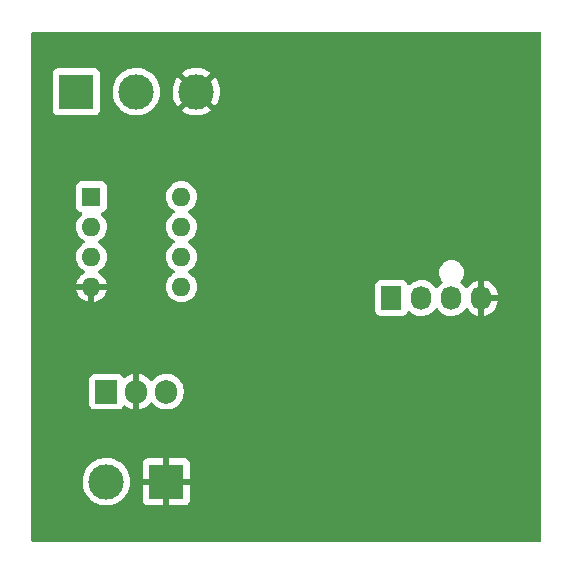
<source format=gbr>
%TF.GenerationSoftware,KiCad,Pcbnew,(6.0.9)*%
%TF.CreationDate,2022-10-31T18:23:02-05:00*%
%TF.ProjectId,rotary-compresion-tool,726f7461-7279-42d6-936f-6d7072657369,rev?*%
%TF.SameCoordinates,Original*%
%TF.FileFunction,Copper,L2,Bot*%
%TF.FilePolarity,Positive*%
%FSLAX46Y46*%
G04 Gerber Fmt 4.6, Leading zero omitted, Abs format (unit mm)*
G04 Created by KiCad (PCBNEW (6.0.9)) date 2022-10-31 18:23:02*
%MOMM*%
%LPD*%
G01*
G04 APERTURE LIST*
%TA.AperFunction,ComponentPad*%
%ADD10R,1.600000X1.600000*%
%TD*%
%TA.AperFunction,ComponentPad*%
%ADD11O,1.600000X1.600000*%
%TD*%
%TA.AperFunction,ComponentPad*%
%ADD12R,1.905000X2.000000*%
%TD*%
%TA.AperFunction,ComponentPad*%
%ADD13O,1.905000X2.000000*%
%TD*%
%TA.AperFunction,ComponentPad*%
%ADD14R,3.000000X3.000000*%
%TD*%
%TA.AperFunction,ComponentPad*%
%ADD15C,3.000000*%
%TD*%
%TA.AperFunction,ComponentPad*%
%ADD16R,1.730000X2.030000*%
%TD*%
%TA.AperFunction,ComponentPad*%
%ADD17O,1.730000X2.030000*%
%TD*%
G04 APERTURE END LIST*
D10*
%TO.P,U2,1,~{RESET}/PB5*%
%TO.N,unconnected-(U2-Pad1)*%
X148600000Y-69860000D03*
D11*
%TO.P,U2,2,XTAL1/PB3*%
%TO.N,Net-(J3-Pad1)*%
X148600000Y-72400000D03*
%TO.P,U2,3,XTAL2/PB4*%
%TO.N,unconnected-(U2-Pad3)*%
X148600000Y-74940000D03*
%TO.P,U2,4,GND*%
%TO.N,GND*%
X148600000Y-77480000D03*
%TO.P,U2,5,AREF/PB0*%
%TO.N,Net-(J2-Pad1)*%
X156220000Y-77480000D03*
%TO.P,U2,6,PB1*%
%TO.N,unconnected-(U2-Pad6)*%
X156220000Y-74940000D03*
%TO.P,U2,7,PB2*%
%TO.N,Net-(J2-Pad2)*%
X156220000Y-72400000D03*
%TO.P,U2,8,VCC*%
%TO.N,Net-(J2-Pad3)*%
X156220000Y-69860000D03*
%TD*%
D12*
%TO.P,U1,1,VI*%
%TO.N,+9V*%
X149860000Y-86360000D03*
D13*
%TO.P,U1,2,GND*%
%TO.N,GND*%
X152400000Y-86360000D03*
%TO.P,U1,3,VO*%
%TO.N,Net-(J2-Pad3)*%
X154940000Y-86360000D03*
%TD*%
D14*
%TO.P,J3,1,Pin_1*%
%TO.N,Net-(J3-Pad1)*%
X147320000Y-60960000D03*
D15*
%TO.P,J3,2,Pin_2*%
%TO.N,Net-(J2-Pad3)*%
X152400000Y-60960000D03*
%TO.P,J3,3,Pin_3*%
%TO.N,GND*%
X157480000Y-60960000D03*
%TD*%
D16*
%TO.P,J2,1,Pin_1*%
%TO.N,Net-(J2-Pad1)*%
X174000000Y-78440000D03*
D17*
%TO.P,J2,2,Pin_2*%
%TO.N,Net-(J2-Pad2)*%
X176540000Y-78440000D03*
%TO.P,J2,3,Pin_3*%
%TO.N,Net-(J2-Pad3)*%
X179080000Y-78440000D03*
%TO.P,J2,4,Pin_4*%
%TO.N,GND*%
X181620000Y-78440000D03*
%TD*%
D14*
%TO.P,J1,1,Pin_1*%
%TO.N,GND*%
X154940000Y-93980000D03*
D15*
%TO.P,J1,2,Pin_2*%
%TO.N,+9V*%
X149860000Y-93980000D03*
%TD*%
%TA.AperFunction,Conductor*%
%TO.N,GND*%
G36*
X186632121Y-55900002D02*
G01*
X186678614Y-55953658D01*
X186690000Y-56006000D01*
X186690000Y-98934000D01*
X186669998Y-99002121D01*
X186616342Y-99048614D01*
X186564000Y-99060000D01*
X143636000Y-99060000D01*
X143567879Y-99039998D01*
X143521386Y-98986342D01*
X143510000Y-98934000D01*
X143510000Y-93958918D01*
X147846917Y-93958918D01*
X147862682Y-94232320D01*
X147863507Y-94236525D01*
X147863508Y-94236533D01*
X147874127Y-94290657D01*
X147915405Y-94501053D01*
X147916792Y-94505103D01*
X147916793Y-94505108D01*
X147937605Y-94565895D01*
X148004112Y-94760144D01*
X148127160Y-95004799D01*
X148129586Y-95008328D01*
X148129589Y-95008334D01*
X148279843Y-95226953D01*
X148282274Y-95230490D01*
X148466582Y-95433043D01*
X148676675Y-95608707D01*
X148680316Y-95610991D01*
X148905024Y-95751951D01*
X148905028Y-95751953D01*
X148908664Y-95754234D01*
X148976544Y-95784883D01*
X149154345Y-95865164D01*
X149154349Y-95865166D01*
X149158257Y-95866930D01*
X149162377Y-95868150D01*
X149162376Y-95868150D01*
X149416723Y-95943491D01*
X149416727Y-95943492D01*
X149420836Y-95944709D01*
X149425070Y-95945357D01*
X149425075Y-95945358D01*
X149687298Y-95985483D01*
X149687300Y-95985483D01*
X149691540Y-95986132D01*
X149830912Y-95988322D01*
X149961071Y-95990367D01*
X149961077Y-95990367D01*
X149965362Y-95990434D01*
X150237235Y-95957534D01*
X150502127Y-95888041D01*
X150506087Y-95886401D01*
X150506092Y-95886399D01*
X150628632Y-95835641D01*
X150755136Y-95783241D01*
X150991582Y-95645073D01*
X151145139Y-95524669D01*
X152932001Y-95524669D01*
X152932371Y-95531490D01*
X152937895Y-95582352D01*
X152941521Y-95597604D01*
X152986676Y-95718054D01*
X152995214Y-95733649D01*
X153071715Y-95835724D01*
X153084276Y-95848285D01*
X153186351Y-95924786D01*
X153201946Y-95933324D01*
X153322394Y-95978478D01*
X153337649Y-95982105D01*
X153388514Y-95987631D01*
X153395328Y-95988000D01*
X154667885Y-95988000D01*
X154683124Y-95983525D01*
X154684329Y-95982135D01*
X154686000Y-95974452D01*
X154686000Y-95969884D01*
X155194000Y-95969884D01*
X155198475Y-95985123D01*
X155199865Y-95986328D01*
X155207548Y-95987999D01*
X156484669Y-95987999D01*
X156491490Y-95987629D01*
X156542352Y-95982105D01*
X156557604Y-95978479D01*
X156678054Y-95933324D01*
X156693649Y-95924786D01*
X156795724Y-95848285D01*
X156808285Y-95835724D01*
X156884786Y-95733649D01*
X156893324Y-95718054D01*
X156938478Y-95597606D01*
X156942105Y-95582351D01*
X156947631Y-95531486D01*
X156948000Y-95524672D01*
X156948000Y-94252115D01*
X156943525Y-94236876D01*
X156942135Y-94235671D01*
X156934452Y-94234000D01*
X155212115Y-94234000D01*
X155196876Y-94238475D01*
X155195671Y-94239865D01*
X155194000Y-94247548D01*
X155194000Y-95969884D01*
X154686000Y-95969884D01*
X154686000Y-94252115D01*
X154681525Y-94236876D01*
X154680135Y-94235671D01*
X154672452Y-94234000D01*
X152950116Y-94234000D01*
X152934877Y-94238475D01*
X152933672Y-94239865D01*
X152932001Y-94247548D01*
X152932001Y-95524669D01*
X151145139Y-95524669D01*
X151207089Y-95476094D01*
X151248809Y-95433043D01*
X151394686Y-95282509D01*
X151397669Y-95279431D01*
X151400202Y-95275983D01*
X151400206Y-95275978D01*
X151557257Y-95062178D01*
X151559795Y-95058723D01*
X151587154Y-95008334D01*
X151688418Y-94821830D01*
X151688419Y-94821828D01*
X151690468Y-94818054D01*
X151787269Y-94561877D01*
X151848407Y-94294933D01*
X151852229Y-94252115D01*
X151872531Y-94024627D01*
X151872531Y-94024625D01*
X151872751Y-94022161D01*
X151873193Y-93980000D01*
X151871465Y-93954648D01*
X151854859Y-93711055D01*
X151854858Y-93711049D01*
X151854642Y-93707885D01*
X152932000Y-93707885D01*
X152936475Y-93723124D01*
X152937865Y-93724329D01*
X152945548Y-93726000D01*
X154667885Y-93726000D01*
X154683124Y-93721525D01*
X154684329Y-93720135D01*
X154686000Y-93712452D01*
X154686000Y-93707885D01*
X155194000Y-93707885D01*
X155198475Y-93723124D01*
X155199865Y-93724329D01*
X155207548Y-93726000D01*
X156929884Y-93726000D01*
X156945123Y-93721525D01*
X156946328Y-93720135D01*
X156947999Y-93712452D01*
X156947999Y-92435331D01*
X156947629Y-92428510D01*
X156942105Y-92377648D01*
X156938479Y-92362396D01*
X156893324Y-92241946D01*
X156884786Y-92226351D01*
X156808285Y-92124276D01*
X156795724Y-92111715D01*
X156693649Y-92035214D01*
X156678054Y-92026676D01*
X156557606Y-91981522D01*
X156542351Y-91977895D01*
X156491486Y-91972369D01*
X156484672Y-91972000D01*
X155212115Y-91972000D01*
X155196876Y-91976475D01*
X155195671Y-91977865D01*
X155194000Y-91985548D01*
X155194000Y-93707885D01*
X154686000Y-93707885D01*
X154686000Y-91990116D01*
X154681525Y-91974877D01*
X154680135Y-91973672D01*
X154672452Y-91972001D01*
X153395331Y-91972001D01*
X153388510Y-91972371D01*
X153337648Y-91977895D01*
X153322396Y-91981521D01*
X153201946Y-92026676D01*
X153186351Y-92035214D01*
X153084276Y-92111715D01*
X153071715Y-92124276D01*
X152995214Y-92226351D01*
X152986676Y-92241946D01*
X152941522Y-92362394D01*
X152937895Y-92377649D01*
X152932369Y-92428514D01*
X152932000Y-92435328D01*
X152932000Y-93707885D01*
X151854642Y-93707885D01*
X151854567Y-93706778D01*
X151799032Y-93438612D01*
X151707617Y-93180465D01*
X151582013Y-92937112D01*
X151572040Y-92922921D01*
X151427008Y-92716562D01*
X151424545Y-92713057D01*
X151238125Y-92512445D01*
X151234810Y-92509731D01*
X151234806Y-92509728D01*
X151029523Y-92341706D01*
X151026205Y-92338990D01*
X150792704Y-92195901D01*
X150788768Y-92194173D01*
X150545873Y-92087549D01*
X150545869Y-92087548D01*
X150541945Y-92085825D01*
X150278566Y-92010800D01*
X150274324Y-92010196D01*
X150274318Y-92010195D01*
X150047366Y-91977895D01*
X150007443Y-91972213D01*
X149863589Y-91971460D01*
X149737877Y-91970802D01*
X149737871Y-91970802D01*
X149733591Y-91970780D01*
X149729347Y-91971339D01*
X149729343Y-91971339D01*
X149621416Y-91985548D01*
X149462078Y-92006525D01*
X149457938Y-92007658D01*
X149457936Y-92007658D01*
X149388418Y-92026676D01*
X149197928Y-92078788D01*
X149193980Y-92080472D01*
X148949982Y-92184546D01*
X148949978Y-92184548D01*
X148946030Y-92186232D01*
X148926125Y-92198145D01*
X148714725Y-92324664D01*
X148714721Y-92324667D01*
X148711043Y-92326868D01*
X148497318Y-92498094D01*
X148308808Y-92696742D01*
X148149002Y-92919136D01*
X148020857Y-93161161D01*
X148019385Y-93165184D01*
X148019383Y-93165188D01*
X148012314Y-93184506D01*
X147926743Y-93418337D01*
X147868404Y-93685907D01*
X147846917Y-93958918D01*
X143510000Y-93958918D01*
X143510000Y-87408134D01*
X148399000Y-87408134D01*
X148405755Y-87470316D01*
X148456885Y-87606705D01*
X148544239Y-87723261D01*
X148660795Y-87810615D01*
X148797184Y-87861745D01*
X148859366Y-87868500D01*
X150860634Y-87868500D01*
X150922816Y-87861745D01*
X151059205Y-87810615D01*
X151175761Y-87723261D01*
X151263115Y-87606705D01*
X151270758Y-87586317D01*
X151313401Y-87529553D01*
X151379962Y-87504854D01*
X151449311Y-87520062D01*
X151466832Y-87531666D01*
X151584944Y-87624945D01*
X151593531Y-87630650D01*
X151794722Y-87741714D01*
X151804134Y-87745944D01*
X152020768Y-87822659D01*
X152030739Y-87825293D01*
X152128163Y-87842647D01*
X152141460Y-87841187D01*
X152145543Y-87828096D01*
X152654000Y-87828096D01*
X152657918Y-87841440D01*
X152672194Y-87843427D01*
X152734515Y-87833890D01*
X152744543Y-87831501D01*
X152962988Y-87760102D01*
X152972497Y-87756105D01*
X153176344Y-87649989D01*
X153185069Y-87644495D01*
X153368852Y-87506507D01*
X153376559Y-87499664D01*
X153535339Y-87333509D01*
X153541823Y-87325502D01*
X153564237Y-87292644D01*
X153619148Y-87247641D01*
X153689672Y-87239468D01*
X153753420Y-87270722D01*
X153774116Y-87295204D01*
X153778498Y-87301977D01*
X153940186Y-87479670D01*
X153991331Y-87520062D01*
X154124670Y-87625367D01*
X154124675Y-87625370D01*
X154128724Y-87628568D01*
X154133240Y-87631061D01*
X154133243Y-87631063D01*
X154334526Y-87742177D01*
X154334530Y-87742179D01*
X154339050Y-87744674D01*
X154343919Y-87746398D01*
X154343923Y-87746400D01*
X154560640Y-87823144D01*
X154560644Y-87823145D01*
X154565515Y-87824870D01*
X154570608Y-87825777D01*
X154570611Y-87825778D01*
X154796948Y-87866095D01*
X154796954Y-87866096D01*
X154802037Y-87867001D01*
X154889400Y-87868068D01*
X155037093Y-87869873D01*
X155037095Y-87869873D01*
X155042263Y-87869936D01*
X155279744Y-87833596D01*
X155391997Y-87796906D01*
X155503183Y-87760566D01*
X155503189Y-87760563D01*
X155508101Y-87758958D01*
X155512687Y-87756571D01*
X155512691Y-87756569D01*
X155716607Y-87650416D01*
X155721200Y-87648025D01*
X155803387Y-87586317D01*
X155909185Y-87506882D01*
X155909188Y-87506880D01*
X155913320Y-87503777D01*
X156079301Y-87330088D01*
X156214686Y-87131622D01*
X156229243Y-87100263D01*
X156313658Y-86918405D01*
X156313659Y-86918401D01*
X156315837Y-86913710D01*
X156380040Y-86682202D01*
X156401000Y-86486072D01*
X156401000Y-86251598D01*
X156399548Y-86233928D01*
X156386746Y-86078224D01*
X156386322Y-86073063D01*
X156327794Y-85840056D01*
X156231997Y-85619737D01*
X156101502Y-85418023D01*
X155939814Y-85240330D01*
X155823770Y-85148684D01*
X155755330Y-85094633D01*
X155755325Y-85094630D01*
X155751276Y-85091432D01*
X155746760Y-85088939D01*
X155746757Y-85088937D01*
X155545474Y-84977823D01*
X155545470Y-84977821D01*
X155540950Y-84975326D01*
X155536081Y-84973602D01*
X155536077Y-84973600D01*
X155319360Y-84896856D01*
X155319356Y-84896855D01*
X155314485Y-84895130D01*
X155309392Y-84894223D01*
X155309389Y-84894222D01*
X155083052Y-84853905D01*
X155083046Y-84853904D01*
X155077963Y-84852999D01*
X154985474Y-84851869D01*
X154842907Y-84850127D01*
X154842905Y-84850127D01*
X154837737Y-84850064D01*
X154600256Y-84886404D01*
X154488003Y-84923094D01*
X154376817Y-84959434D01*
X154376811Y-84959437D01*
X154371899Y-84961042D01*
X154367313Y-84963429D01*
X154367309Y-84963431D01*
X154163393Y-85069584D01*
X154158800Y-85071975D01*
X154154657Y-85075085D01*
X154154658Y-85075085D01*
X153989867Y-85198814D01*
X153966680Y-85216223D01*
X153800699Y-85389912D01*
X153775160Y-85427351D01*
X153720249Y-85472352D01*
X153649725Y-85480523D01*
X153585978Y-85449269D01*
X153565284Y-85424790D01*
X153563915Y-85422674D01*
X153557622Y-85414502D01*
X153402950Y-85244520D01*
X153395417Y-85237494D01*
X153215056Y-85095055D01*
X153206469Y-85089350D01*
X153005278Y-84978286D01*
X152995866Y-84974056D01*
X152779232Y-84897341D01*
X152769261Y-84894707D01*
X152671837Y-84877353D01*
X152658540Y-84878813D01*
X152654000Y-84893370D01*
X152654000Y-87828096D01*
X152145543Y-87828096D01*
X152146000Y-87826630D01*
X152146000Y-84891904D01*
X152142082Y-84878560D01*
X152127806Y-84876573D01*
X152065485Y-84886110D01*
X152055457Y-84888499D01*
X151837012Y-84959898D01*
X151827503Y-84963895D01*
X151623656Y-85070011D01*
X151614939Y-85075500D01*
X151463901Y-85188902D01*
X151397416Y-85213807D01*
X151328020Y-85198814D01*
X151277747Y-85148684D01*
X151270268Y-85132375D01*
X151263115Y-85113295D01*
X151175761Y-84996739D01*
X151059205Y-84909385D01*
X150922816Y-84858255D01*
X150860634Y-84851500D01*
X148859366Y-84851500D01*
X148797184Y-84858255D01*
X148660795Y-84909385D01*
X148544239Y-84996739D01*
X148456885Y-85113295D01*
X148405755Y-85249684D01*
X148399000Y-85311866D01*
X148399000Y-87408134D01*
X143510000Y-87408134D01*
X143510000Y-79503134D01*
X172626500Y-79503134D01*
X172633255Y-79565316D01*
X172684385Y-79701705D01*
X172771739Y-79818261D01*
X172888295Y-79905615D01*
X173024684Y-79956745D01*
X173086866Y-79963500D01*
X174913134Y-79963500D01*
X174975316Y-79956745D01*
X175111705Y-79905615D01*
X175228261Y-79818261D01*
X175315615Y-79701705D01*
X175345342Y-79622410D01*
X175354181Y-79598831D01*
X175396822Y-79542066D01*
X175463384Y-79517366D01*
X175532733Y-79532573D01*
X175563332Y-79556088D01*
X175626601Y-79622410D01*
X175813609Y-79761548D01*
X175818360Y-79763964D01*
X175818364Y-79763966D01*
X175911033Y-79811081D01*
X176021388Y-79867188D01*
X176243995Y-79936310D01*
X176249284Y-79937011D01*
X176469781Y-79966236D01*
X176469785Y-79966236D01*
X176475065Y-79966936D01*
X176480394Y-79966736D01*
X176480395Y-79966736D01*
X176576413Y-79963131D01*
X176707993Y-79958191D01*
X176936117Y-79910326D01*
X176941076Y-79908368D01*
X176941078Y-79908367D01*
X177052654Y-79864303D01*
X177152914Y-79824708D01*
X177343776Y-79708891D01*
X177347626Y-79706555D01*
X177347629Y-79706553D01*
X177352187Y-79703787D01*
X177356216Y-79700291D01*
X177524204Y-79554518D01*
X177524206Y-79554516D01*
X177528237Y-79551018D01*
X177570301Y-79499717D01*
X177672646Y-79374900D01*
X177672650Y-79374894D01*
X177676030Y-79370772D01*
X177700945Y-79327002D01*
X177752027Y-79277696D01*
X177821657Y-79263834D01*
X177887728Y-79289817D01*
X177914965Y-79318965D01*
X177946721Y-79366133D01*
X178002517Y-79449010D01*
X178005709Y-79453752D01*
X178009388Y-79457609D01*
X178009390Y-79457611D01*
X178052817Y-79503134D01*
X178166601Y-79622410D01*
X178353609Y-79761548D01*
X178358360Y-79763964D01*
X178358364Y-79763966D01*
X178451033Y-79811081D01*
X178561388Y-79867188D01*
X178783995Y-79936310D01*
X178789284Y-79937011D01*
X179009781Y-79966236D01*
X179009785Y-79966236D01*
X179015065Y-79966936D01*
X179020394Y-79966736D01*
X179020395Y-79966736D01*
X179116413Y-79963131D01*
X179247993Y-79958191D01*
X179476117Y-79910326D01*
X179481076Y-79908368D01*
X179481078Y-79908367D01*
X179592654Y-79864303D01*
X179692914Y-79824708D01*
X179883776Y-79708891D01*
X179887626Y-79706555D01*
X179887629Y-79706553D01*
X179892187Y-79703787D01*
X179896216Y-79700291D01*
X180064204Y-79554518D01*
X180064206Y-79554516D01*
X180068237Y-79551018D01*
X180110301Y-79499717D01*
X180212646Y-79374900D01*
X180212650Y-79374894D01*
X180216030Y-79370772D01*
X180241221Y-79326518D01*
X180292304Y-79277211D01*
X180361934Y-79263350D01*
X180428005Y-79289334D01*
X180455243Y-79318483D01*
X180543120Y-79449010D01*
X180549781Y-79457296D01*
X180703254Y-79618177D01*
X180711211Y-79625217D01*
X180889590Y-79757934D01*
X180898634Y-79763542D01*
X181096818Y-79864303D01*
X181106679Y-79868307D01*
X181318999Y-79934235D01*
X181329394Y-79936520D01*
X181348041Y-79938992D01*
X181362208Y-79936795D01*
X181366000Y-79923611D01*
X181366000Y-79921519D01*
X181874000Y-79921519D01*
X181877973Y-79935050D01*
X181888580Y-79936575D01*
X182010745Y-79910942D01*
X182020942Y-79907882D01*
X182227722Y-79826221D01*
X182237254Y-79821490D01*
X182427330Y-79706149D01*
X182435925Y-79699880D01*
X182603839Y-79554172D01*
X182611265Y-79546536D01*
X182752232Y-79374614D01*
X182758254Y-79365852D01*
X182868244Y-79172630D01*
X182872707Y-79162970D01*
X182948566Y-78953981D01*
X182951337Y-78943714D01*
X182991110Y-78723762D01*
X182992044Y-78715532D01*
X182992316Y-78709784D01*
X182988525Y-78696876D01*
X182987135Y-78695671D01*
X182979452Y-78694000D01*
X181892115Y-78694000D01*
X181876876Y-78698475D01*
X181875671Y-78699865D01*
X181874000Y-78707548D01*
X181874000Y-79921519D01*
X181366000Y-79921519D01*
X181366000Y-78167885D01*
X181874000Y-78167885D01*
X181878475Y-78183124D01*
X181879865Y-78184329D01*
X181887548Y-78186000D01*
X182971025Y-78186000D01*
X182985703Y-78181690D01*
X182987766Y-78169807D01*
X182978715Y-78063139D01*
X182976925Y-78052667D01*
X182921069Y-77837463D01*
X182917534Y-77827425D01*
X182826222Y-77624720D01*
X182821042Y-77615414D01*
X182696880Y-77430990D01*
X182690219Y-77422704D01*
X182536746Y-77261823D01*
X182528789Y-77254783D01*
X182350410Y-77122066D01*
X182341366Y-77116458D01*
X182143182Y-77015697D01*
X182133321Y-77011693D01*
X181921001Y-76945765D01*
X181910606Y-76943480D01*
X181891959Y-76941008D01*
X181877792Y-76943205D01*
X181874000Y-76956389D01*
X181874000Y-78167885D01*
X181366000Y-78167885D01*
X181366000Y-76958481D01*
X181362027Y-76944950D01*
X181351420Y-76943425D01*
X181229255Y-76969058D01*
X181219058Y-76972118D01*
X181012278Y-77053779D01*
X181002746Y-77058510D01*
X180812670Y-77173851D01*
X180804075Y-77180120D01*
X180636161Y-77325828D01*
X180628735Y-77333464D01*
X180487768Y-77505386D01*
X180481742Y-77514153D01*
X180459367Y-77553461D01*
X180408285Y-77602767D01*
X180338655Y-77616629D01*
X180272584Y-77590646D01*
X180245345Y-77561496D01*
X180210156Y-77509228D01*
X180154291Y-77426248D01*
X180110443Y-77380283D01*
X180034647Y-77300829D01*
X179993399Y-77257590D01*
X179884224Y-77176362D01*
X179841512Y-77119653D01*
X179836239Y-77048853D01*
X179862354Y-76994958D01*
X179919378Y-76926029D01*
X179961783Y-76874770D01*
X179965876Y-76867201D01*
X180057584Y-76697590D01*
X180057586Y-76697585D01*
X180060514Y-76692170D01*
X180121898Y-76493871D01*
X180124007Y-76473802D01*
X180142952Y-76293554D01*
X180142952Y-76293552D01*
X180143596Y-76287425D01*
X180124782Y-76080697D01*
X180122298Y-76072255D01*
X180067912Y-75887469D01*
X180066173Y-75881560D01*
X179970001Y-75697600D01*
X179839929Y-75535823D01*
X179827371Y-75525285D01*
X179685629Y-75406350D01*
X179680911Y-75402391D01*
X179675519Y-75399427D01*
X179675515Y-75399424D01*
X179504402Y-75305354D01*
X179499005Y-75302387D01*
X179301139Y-75239621D01*
X179295022Y-75238935D01*
X179295018Y-75238934D01*
X179218402Y-75230341D01*
X179139587Y-75221500D01*
X179027763Y-75221500D01*
X179024707Y-75221800D01*
X179024700Y-75221800D01*
X178879534Y-75236034D01*
X178879531Y-75236035D01*
X178873408Y-75236635D01*
X178741454Y-75276474D01*
X178680593Y-75294848D01*
X178680590Y-75294849D01*
X178674685Y-75296632D01*
X178669240Y-75299527D01*
X178669238Y-75299528D01*
X178496847Y-75391191D01*
X178496845Y-75391192D01*
X178491401Y-75394087D01*
X178476365Y-75406350D01*
X178335311Y-75521390D01*
X178335308Y-75521393D01*
X178330536Y-75525285D01*
X178198217Y-75685230D01*
X178195288Y-75690647D01*
X178195286Y-75690650D01*
X178102416Y-75862410D01*
X178102414Y-75862415D01*
X178099486Y-75867830D01*
X178038102Y-76066129D01*
X178037458Y-76072254D01*
X178037458Y-76072255D01*
X178026735Y-76174284D01*
X178016404Y-76272575D01*
X178035218Y-76479303D01*
X178036956Y-76485209D01*
X178036957Y-76485213D01*
X178080101Y-76631803D01*
X178093827Y-76678440D01*
X178189999Y-76862400D01*
X178193859Y-76867200D01*
X178193859Y-76867201D01*
X178295336Y-76993413D01*
X178322432Y-77059035D01*
X178309749Y-77128890D01*
X178271592Y-77173920D01*
X178267813Y-77176213D01*
X178263782Y-77179711D01*
X178099187Y-77322540D01*
X178091763Y-77328982D01*
X178088376Y-77333113D01*
X177947354Y-77505100D01*
X177947350Y-77505106D01*
X177943970Y-77509228D01*
X177941330Y-77513866D01*
X177919055Y-77552998D01*
X177867973Y-77602304D01*
X177798343Y-77616166D01*
X177732272Y-77590183D01*
X177705033Y-77561033D01*
X177699936Y-77553461D01*
X177646793Y-77474525D01*
X177617271Y-77430674D01*
X177617269Y-77430672D01*
X177614291Y-77426248D01*
X177570443Y-77380283D01*
X177494647Y-77300829D01*
X177453399Y-77257590D01*
X177266391Y-77118452D01*
X177261640Y-77116036D01*
X177261636Y-77116034D01*
X177162502Y-77065632D01*
X177058612Y-77012812D01*
X176836005Y-76943690D01*
X176815770Y-76941008D01*
X176610219Y-76913764D01*
X176610215Y-76913764D01*
X176604935Y-76913064D01*
X176599606Y-76913264D01*
X176599605Y-76913264D01*
X176513415Y-76916500D01*
X176372007Y-76921809D01*
X176143883Y-76969674D01*
X176138924Y-76971632D01*
X176138922Y-76971633D01*
X176137694Y-76972118D01*
X175927086Y-77055292D01*
X175864083Y-77093523D01*
X175732374Y-77173445D01*
X175732371Y-77173447D01*
X175727813Y-77176213D01*
X175723785Y-77179708D01*
X175723784Y-77179709D01*
X175715724Y-77186703D01*
X175555797Y-77325482D01*
X175553129Y-77327797D01*
X175488569Y-77357337D01*
X175418288Y-77347283D01*
X175364599Y-77300829D01*
X175352566Y-77276861D01*
X175318768Y-77186705D01*
X175318767Y-77186703D01*
X175315615Y-77178295D01*
X175228261Y-77061739D01*
X175111705Y-76974385D01*
X174975316Y-76923255D01*
X174913134Y-76916500D01*
X173086866Y-76916500D01*
X173024684Y-76923255D01*
X172888295Y-76974385D01*
X172771739Y-77061739D01*
X172684385Y-77178295D01*
X172633255Y-77314684D01*
X172626500Y-77376866D01*
X172626500Y-79503134D01*
X143510000Y-79503134D01*
X143510000Y-77746522D01*
X147317273Y-77746522D01*
X147364764Y-77923761D01*
X147368510Y-77934053D01*
X147460586Y-78131511D01*
X147466069Y-78141007D01*
X147591028Y-78319467D01*
X147598084Y-78327875D01*
X147752125Y-78481916D01*
X147760533Y-78488972D01*
X147938993Y-78613931D01*
X147948489Y-78619414D01*
X148145947Y-78711490D01*
X148156239Y-78715236D01*
X148328503Y-78761394D01*
X148342599Y-78761058D01*
X148346000Y-78753116D01*
X148346000Y-78747967D01*
X148854000Y-78747967D01*
X148857973Y-78761498D01*
X148866522Y-78762727D01*
X149043761Y-78715236D01*
X149054053Y-78711490D01*
X149251511Y-78619414D01*
X149261007Y-78613931D01*
X149439467Y-78488972D01*
X149447875Y-78481916D01*
X149601916Y-78327875D01*
X149608972Y-78319467D01*
X149733931Y-78141007D01*
X149739414Y-78131511D01*
X149831490Y-77934053D01*
X149835236Y-77923761D01*
X149881394Y-77751497D01*
X149881058Y-77737401D01*
X149873116Y-77734000D01*
X148872115Y-77734000D01*
X148856876Y-77738475D01*
X148855671Y-77739865D01*
X148854000Y-77747548D01*
X148854000Y-78747967D01*
X148346000Y-78747967D01*
X148346000Y-77752115D01*
X148341525Y-77736876D01*
X148340135Y-77735671D01*
X148332452Y-77734000D01*
X147332033Y-77734000D01*
X147318502Y-77737973D01*
X147317273Y-77746522D01*
X143510000Y-77746522D01*
X143510000Y-77480000D01*
X154906502Y-77480000D01*
X154926457Y-77708087D01*
X154927881Y-77713400D01*
X154927881Y-77713402D01*
X154959694Y-77832127D01*
X154985716Y-77929243D01*
X154988039Y-77934224D01*
X154988039Y-77934225D01*
X155080151Y-78131762D01*
X155080154Y-78131767D01*
X155082477Y-78136749D01*
X155213802Y-78324300D01*
X155375700Y-78486198D01*
X155380208Y-78489355D01*
X155380211Y-78489357D01*
X155458389Y-78544098D01*
X155563251Y-78617523D01*
X155568233Y-78619846D01*
X155568238Y-78619849D01*
X155764765Y-78711490D01*
X155770757Y-78714284D01*
X155776065Y-78715706D01*
X155776067Y-78715707D01*
X155986598Y-78772119D01*
X155986600Y-78772119D01*
X155991913Y-78773543D01*
X156220000Y-78793498D01*
X156448087Y-78773543D01*
X156453400Y-78772119D01*
X156453402Y-78772119D01*
X156663933Y-78715707D01*
X156663935Y-78715706D01*
X156669243Y-78714284D01*
X156675235Y-78711490D01*
X156871762Y-78619849D01*
X156871767Y-78619846D01*
X156876749Y-78617523D01*
X156981611Y-78544098D01*
X157059789Y-78489357D01*
X157059792Y-78489355D01*
X157064300Y-78486198D01*
X157226198Y-78324300D01*
X157357523Y-78136749D01*
X157359846Y-78131767D01*
X157359849Y-78131762D01*
X157451961Y-77934225D01*
X157451961Y-77934224D01*
X157454284Y-77929243D01*
X157480307Y-77832127D01*
X157512119Y-77713402D01*
X157512119Y-77713400D01*
X157513543Y-77708087D01*
X157533498Y-77480000D01*
X157513543Y-77251913D01*
X157501911Y-77208503D01*
X157455707Y-77036067D01*
X157455706Y-77036065D01*
X157454284Y-77030757D01*
X157451216Y-77024177D01*
X157359849Y-76828238D01*
X157359846Y-76828233D01*
X157357523Y-76823251D01*
X157261617Y-76686283D01*
X157229357Y-76640211D01*
X157229355Y-76640208D01*
X157226198Y-76635700D01*
X157064300Y-76473802D01*
X157059792Y-76470645D01*
X157059789Y-76470643D01*
X156981611Y-76415902D01*
X156876749Y-76342477D01*
X156871767Y-76340154D01*
X156871762Y-76340151D01*
X156837543Y-76324195D01*
X156784258Y-76277278D01*
X156764797Y-76209001D01*
X156785339Y-76141041D01*
X156837543Y-76095805D01*
X156871762Y-76079849D01*
X156871767Y-76079846D01*
X156876749Y-76077523D01*
X156981611Y-76004098D01*
X157059789Y-75949357D01*
X157059792Y-75949355D01*
X157064300Y-75946198D01*
X157226198Y-75784300D01*
X157357523Y-75596749D01*
X157359846Y-75591767D01*
X157359849Y-75591762D01*
X157451961Y-75394225D01*
X157451961Y-75394224D01*
X157454284Y-75389243D01*
X157478057Y-75300524D01*
X157512119Y-75173402D01*
X157512119Y-75173400D01*
X157513543Y-75168087D01*
X157533498Y-74940000D01*
X157513543Y-74711913D01*
X157454284Y-74490757D01*
X157451961Y-74485775D01*
X157359849Y-74288238D01*
X157359846Y-74288233D01*
X157357523Y-74283251D01*
X157226198Y-74095700D01*
X157064300Y-73933802D01*
X157059792Y-73930645D01*
X157059789Y-73930643D01*
X156981611Y-73875902D01*
X156876749Y-73802477D01*
X156871767Y-73800154D01*
X156871762Y-73800151D01*
X156837543Y-73784195D01*
X156784258Y-73737278D01*
X156764797Y-73669001D01*
X156785339Y-73601041D01*
X156837543Y-73555805D01*
X156871762Y-73539849D01*
X156871767Y-73539846D01*
X156876749Y-73537523D01*
X156981611Y-73464098D01*
X157059789Y-73409357D01*
X157059792Y-73409355D01*
X157064300Y-73406198D01*
X157226198Y-73244300D01*
X157357523Y-73056749D01*
X157359846Y-73051767D01*
X157359849Y-73051762D01*
X157451961Y-72854225D01*
X157451961Y-72854224D01*
X157454284Y-72849243D01*
X157513543Y-72628087D01*
X157533498Y-72400000D01*
X157513543Y-72171913D01*
X157454284Y-71950757D01*
X157451961Y-71945775D01*
X157359849Y-71748238D01*
X157359846Y-71748233D01*
X157357523Y-71743251D01*
X157226198Y-71555700D01*
X157064300Y-71393802D01*
X157059792Y-71390645D01*
X157059789Y-71390643D01*
X156981611Y-71335902D01*
X156876749Y-71262477D01*
X156871767Y-71260154D01*
X156871762Y-71260151D01*
X156837543Y-71244195D01*
X156784258Y-71197278D01*
X156764797Y-71129001D01*
X156785339Y-71061041D01*
X156837543Y-71015805D01*
X156871762Y-70999849D01*
X156871767Y-70999846D01*
X156876749Y-70997523D01*
X157018458Y-70898297D01*
X157059789Y-70869357D01*
X157059792Y-70869355D01*
X157064300Y-70866198D01*
X157226198Y-70704300D01*
X157357523Y-70516749D01*
X157359846Y-70511767D01*
X157359849Y-70511762D01*
X157451961Y-70314225D01*
X157451961Y-70314224D01*
X157454284Y-70309243D01*
X157513543Y-70088087D01*
X157533498Y-69860000D01*
X157513543Y-69631913D01*
X157454284Y-69410757D01*
X157451961Y-69405775D01*
X157359849Y-69208238D01*
X157359846Y-69208233D01*
X157357523Y-69203251D01*
X157226198Y-69015700D01*
X157064300Y-68853802D01*
X157059792Y-68850645D01*
X157059789Y-68850643D01*
X156981611Y-68795902D01*
X156876749Y-68722477D01*
X156871767Y-68720154D01*
X156871762Y-68720151D01*
X156674225Y-68628039D01*
X156674224Y-68628039D01*
X156669243Y-68625716D01*
X156663935Y-68624294D01*
X156663933Y-68624293D01*
X156453402Y-68567881D01*
X156453400Y-68567881D01*
X156448087Y-68566457D01*
X156220000Y-68546502D01*
X155991913Y-68566457D01*
X155986600Y-68567881D01*
X155986598Y-68567881D01*
X155776067Y-68624293D01*
X155776065Y-68624294D01*
X155770757Y-68625716D01*
X155765776Y-68628039D01*
X155765775Y-68628039D01*
X155568238Y-68720151D01*
X155568233Y-68720154D01*
X155563251Y-68722477D01*
X155458389Y-68795902D01*
X155380211Y-68850643D01*
X155380208Y-68850645D01*
X155375700Y-68853802D01*
X155213802Y-69015700D01*
X155082477Y-69203251D01*
X155080154Y-69208233D01*
X155080151Y-69208238D01*
X154988039Y-69405775D01*
X154985716Y-69410757D01*
X154926457Y-69631913D01*
X154906502Y-69860000D01*
X154926457Y-70088087D01*
X154985716Y-70309243D01*
X154988039Y-70314224D01*
X154988039Y-70314225D01*
X155080151Y-70511762D01*
X155080154Y-70511767D01*
X155082477Y-70516749D01*
X155213802Y-70704300D01*
X155375700Y-70866198D01*
X155380208Y-70869355D01*
X155380211Y-70869357D01*
X155421542Y-70898297D01*
X155563251Y-70997523D01*
X155568233Y-70999846D01*
X155568238Y-70999849D01*
X155602457Y-71015805D01*
X155655742Y-71062722D01*
X155675203Y-71130999D01*
X155654661Y-71198959D01*
X155602457Y-71244195D01*
X155568238Y-71260151D01*
X155568233Y-71260154D01*
X155563251Y-71262477D01*
X155458389Y-71335902D01*
X155380211Y-71390643D01*
X155380208Y-71390645D01*
X155375700Y-71393802D01*
X155213802Y-71555700D01*
X155082477Y-71743251D01*
X155080154Y-71748233D01*
X155080151Y-71748238D01*
X154988039Y-71945775D01*
X154985716Y-71950757D01*
X154926457Y-72171913D01*
X154906502Y-72400000D01*
X154926457Y-72628087D01*
X154985716Y-72849243D01*
X154988039Y-72854224D01*
X154988039Y-72854225D01*
X155080151Y-73051762D01*
X155080154Y-73051767D01*
X155082477Y-73056749D01*
X155213802Y-73244300D01*
X155375700Y-73406198D01*
X155380208Y-73409355D01*
X155380211Y-73409357D01*
X155458389Y-73464098D01*
X155563251Y-73537523D01*
X155568233Y-73539846D01*
X155568238Y-73539849D01*
X155602457Y-73555805D01*
X155655742Y-73602722D01*
X155675203Y-73670999D01*
X155654661Y-73738959D01*
X155602457Y-73784195D01*
X155568238Y-73800151D01*
X155568233Y-73800154D01*
X155563251Y-73802477D01*
X155458389Y-73875902D01*
X155380211Y-73930643D01*
X155380208Y-73930645D01*
X155375700Y-73933802D01*
X155213802Y-74095700D01*
X155082477Y-74283251D01*
X155080154Y-74288233D01*
X155080151Y-74288238D01*
X154988039Y-74485775D01*
X154985716Y-74490757D01*
X154926457Y-74711913D01*
X154906502Y-74940000D01*
X154926457Y-75168087D01*
X154927881Y-75173400D01*
X154927881Y-75173402D01*
X154961944Y-75300524D01*
X154985716Y-75389243D01*
X154988039Y-75394224D01*
X154988039Y-75394225D01*
X155080151Y-75591762D01*
X155080154Y-75591767D01*
X155082477Y-75596749D01*
X155213802Y-75784300D01*
X155375700Y-75946198D01*
X155380208Y-75949355D01*
X155380211Y-75949357D01*
X155458389Y-76004098D01*
X155563251Y-76077523D01*
X155568233Y-76079846D01*
X155568238Y-76079849D01*
X155602457Y-76095805D01*
X155655742Y-76142722D01*
X155675203Y-76210999D01*
X155654661Y-76278959D01*
X155602457Y-76324195D01*
X155568238Y-76340151D01*
X155568233Y-76340154D01*
X155563251Y-76342477D01*
X155458389Y-76415902D01*
X155380211Y-76470643D01*
X155380208Y-76470645D01*
X155375700Y-76473802D01*
X155213802Y-76635700D01*
X155210645Y-76640208D01*
X155210643Y-76640211D01*
X155178383Y-76686283D01*
X155082477Y-76823251D01*
X155080154Y-76828233D01*
X155080151Y-76828238D01*
X154988784Y-77024177D01*
X154985716Y-77030757D01*
X154984294Y-77036065D01*
X154984293Y-77036067D01*
X154938089Y-77208503D01*
X154926457Y-77251913D01*
X154906502Y-77480000D01*
X143510000Y-77480000D01*
X143510000Y-74940000D01*
X147286502Y-74940000D01*
X147306457Y-75168087D01*
X147307881Y-75173400D01*
X147307881Y-75173402D01*
X147341944Y-75300524D01*
X147365716Y-75389243D01*
X147368039Y-75394224D01*
X147368039Y-75394225D01*
X147460151Y-75591762D01*
X147460154Y-75591767D01*
X147462477Y-75596749D01*
X147593802Y-75784300D01*
X147755700Y-75946198D01*
X147760208Y-75949355D01*
X147760211Y-75949357D01*
X147838389Y-76004098D01*
X147943251Y-76077523D01*
X147948233Y-76079846D01*
X147948238Y-76079849D01*
X147983049Y-76096081D01*
X148036334Y-76142998D01*
X148055795Y-76211275D01*
X148035253Y-76279235D01*
X147983049Y-76324471D01*
X147948489Y-76340586D01*
X147938993Y-76346069D01*
X147760533Y-76471028D01*
X147752125Y-76478084D01*
X147598084Y-76632125D01*
X147591028Y-76640533D01*
X147466069Y-76818993D01*
X147460586Y-76828489D01*
X147368510Y-77025947D01*
X147364764Y-77036239D01*
X147318606Y-77208503D01*
X147318942Y-77222599D01*
X147326884Y-77226000D01*
X149867967Y-77226000D01*
X149881498Y-77222027D01*
X149882727Y-77213478D01*
X149835236Y-77036239D01*
X149831490Y-77025947D01*
X149739414Y-76828489D01*
X149733931Y-76818993D01*
X149608972Y-76640533D01*
X149601916Y-76632125D01*
X149447875Y-76478084D01*
X149439467Y-76471028D01*
X149261007Y-76346069D01*
X149251511Y-76340586D01*
X149216951Y-76324471D01*
X149163666Y-76277554D01*
X149144205Y-76209277D01*
X149164747Y-76141317D01*
X149216951Y-76096081D01*
X149251762Y-76079849D01*
X149251767Y-76079846D01*
X149256749Y-76077523D01*
X149361611Y-76004098D01*
X149439789Y-75949357D01*
X149439792Y-75949355D01*
X149444300Y-75946198D01*
X149606198Y-75784300D01*
X149737523Y-75596749D01*
X149739846Y-75591767D01*
X149739849Y-75591762D01*
X149831961Y-75394225D01*
X149831961Y-75394224D01*
X149834284Y-75389243D01*
X149858057Y-75300524D01*
X149892119Y-75173402D01*
X149892119Y-75173400D01*
X149893543Y-75168087D01*
X149913498Y-74940000D01*
X149893543Y-74711913D01*
X149834284Y-74490757D01*
X149831961Y-74485775D01*
X149739849Y-74288238D01*
X149739846Y-74288233D01*
X149737523Y-74283251D01*
X149606198Y-74095700D01*
X149444300Y-73933802D01*
X149439792Y-73930645D01*
X149439789Y-73930643D01*
X149361611Y-73875902D01*
X149256749Y-73802477D01*
X149251767Y-73800154D01*
X149251762Y-73800151D01*
X149217543Y-73784195D01*
X149164258Y-73737278D01*
X149144797Y-73669001D01*
X149165339Y-73601041D01*
X149217543Y-73555805D01*
X149251762Y-73539849D01*
X149251767Y-73539846D01*
X149256749Y-73537523D01*
X149361611Y-73464098D01*
X149439789Y-73409357D01*
X149439792Y-73409355D01*
X149444300Y-73406198D01*
X149606198Y-73244300D01*
X149737523Y-73056749D01*
X149739846Y-73051767D01*
X149739849Y-73051762D01*
X149831961Y-72854225D01*
X149831961Y-72854224D01*
X149834284Y-72849243D01*
X149893543Y-72628087D01*
X149913498Y-72400000D01*
X149893543Y-72171913D01*
X149834284Y-71950757D01*
X149831961Y-71945775D01*
X149739849Y-71748238D01*
X149739846Y-71748233D01*
X149737523Y-71743251D01*
X149606198Y-71555700D01*
X149444300Y-71393802D01*
X149439789Y-71390643D01*
X149435576Y-71387108D01*
X149436527Y-71385974D01*
X149396529Y-71335929D01*
X149389224Y-71265310D01*
X149421258Y-71201951D01*
X149482462Y-71165970D01*
X149499517Y-71162918D01*
X149510316Y-71161745D01*
X149646705Y-71110615D01*
X149763261Y-71023261D01*
X149850615Y-70906705D01*
X149901745Y-70770316D01*
X149908500Y-70708134D01*
X149908500Y-69011866D01*
X149901745Y-68949684D01*
X149850615Y-68813295D01*
X149763261Y-68696739D01*
X149646705Y-68609385D01*
X149510316Y-68558255D01*
X149448134Y-68551500D01*
X147751866Y-68551500D01*
X147689684Y-68558255D01*
X147553295Y-68609385D01*
X147436739Y-68696739D01*
X147349385Y-68813295D01*
X147298255Y-68949684D01*
X147291500Y-69011866D01*
X147291500Y-70708134D01*
X147298255Y-70770316D01*
X147349385Y-70906705D01*
X147436739Y-71023261D01*
X147553295Y-71110615D01*
X147689684Y-71161745D01*
X147700474Y-71162917D01*
X147702606Y-71163803D01*
X147705222Y-71164425D01*
X147705121Y-71164848D01*
X147766035Y-71190155D01*
X147806463Y-71248517D01*
X147808922Y-71319471D01*
X147772629Y-71380490D01*
X147763969Y-71387489D01*
X147760207Y-71390646D01*
X147755700Y-71393802D01*
X147593802Y-71555700D01*
X147462477Y-71743251D01*
X147460154Y-71748233D01*
X147460151Y-71748238D01*
X147368039Y-71945775D01*
X147365716Y-71950757D01*
X147306457Y-72171913D01*
X147286502Y-72400000D01*
X147306457Y-72628087D01*
X147365716Y-72849243D01*
X147368039Y-72854224D01*
X147368039Y-72854225D01*
X147460151Y-73051762D01*
X147460154Y-73051767D01*
X147462477Y-73056749D01*
X147593802Y-73244300D01*
X147755700Y-73406198D01*
X147760208Y-73409355D01*
X147760211Y-73409357D01*
X147838389Y-73464098D01*
X147943251Y-73537523D01*
X147948233Y-73539846D01*
X147948238Y-73539849D01*
X147982457Y-73555805D01*
X148035742Y-73602722D01*
X148055203Y-73670999D01*
X148034661Y-73738959D01*
X147982457Y-73784195D01*
X147948238Y-73800151D01*
X147948233Y-73800154D01*
X147943251Y-73802477D01*
X147838389Y-73875902D01*
X147760211Y-73930643D01*
X147760208Y-73930645D01*
X147755700Y-73933802D01*
X147593802Y-74095700D01*
X147462477Y-74283251D01*
X147460154Y-74288233D01*
X147460151Y-74288238D01*
X147368039Y-74485775D01*
X147365716Y-74490757D01*
X147306457Y-74711913D01*
X147286502Y-74940000D01*
X143510000Y-74940000D01*
X143510000Y-62508134D01*
X145311500Y-62508134D01*
X145318255Y-62570316D01*
X145369385Y-62706705D01*
X145456739Y-62823261D01*
X145573295Y-62910615D01*
X145709684Y-62961745D01*
X145771866Y-62968500D01*
X148868134Y-62968500D01*
X148930316Y-62961745D01*
X149066705Y-62910615D01*
X149183261Y-62823261D01*
X149270615Y-62706705D01*
X149321745Y-62570316D01*
X149328500Y-62508134D01*
X149328500Y-60938918D01*
X150386917Y-60938918D01*
X150402682Y-61212320D01*
X150403507Y-61216525D01*
X150403508Y-61216533D01*
X150424698Y-61324539D01*
X150455405Y-61481053D01*
X150456792Y-61485103D01*
X150456793Y-61485108D01*
X150477605Y-61545895D01*
X150544112Y-61740144D01*
X150667160Y-61984799D01*
X150669586Y-61988328D01*
X150669589Y-61988334D01*
X150798741Y-62176250D01*
X150822274Y-62210490D01*
X151006582Y-62413043D01*
X151216675Y-62588707D01*
X151220316Y-62590991D01*
X151445024Y-62731951D01*
X151445028Y-62731953D01*
X151448664Y-62734234D01*
X151516544Y-62764883D01*
X151694345Y-62845164D01*
X151694349Y-62845166D01*
X151698257Y-62846930D01*
X151702377Y-62848150D01*
X151702376Y-62848150D01*
X151956723Y-62923491D01*
X151956727Y-62923492D01*
X151960836Y-62924709D01*
X151965070Y-62925357D01*
X151965075Y-62925358D01*
X152227298Y-62965483D01*
X152227300Y-62965483D01*
X152231540Y-62966132D01*
X152370912Y-62968322D01*
X152501071Y-62970367D01*
X152501077Y-62970367D01*
X152505362Y-62970434D01*
X152777235Y-62937534D01*
X153042127Y-62868041D01*
X153046087Y-62866401D01*
X153046092Y-62866399D01*
X153168631Y-62815641D01*
X153295136Y-62763241D01*
X153531582Y-62625073D01*
X153627767Y-62549654D01*
X156255618Y-62549654D01*
X156262673Y-62559627D01*
X156293679Y-62585551D01*
X156300598Y-62590579D01*
X156525272Y-62731515D01*
X156532807Y-62735556D01*
X156774520Y-62844694D01*
X156782551Y-62847680D01*
X157036832Y-62923002D01*
X157045184Y-62924869D01*
X157307340Y-62964984D01*
X157315874Y-62965700D01*
X157581045Y-62969867D01*
X157589596Y-62969418D01*
X157852883Y-62937557D01*
X157861284Y-62935955D01*
X158117824Y-62868653D01*
X158125926Y-62865926D01*
X158370949Y-62764434D01*
X158378617Y-62760628D01*
X158607598Y-62626822D01*
X158614679Y-62622009D01*
X158694655Y-62559301D01*
X158703125Y-62547442D01*
X158696608Y-62535818D01*
X157492812Y-61332022D01*
X157478868Y-61324408D01*
X157477035Y-61324539D01*
X157470420Y-61328790D01*
X156262910Y-62536300D01*
X156255618Y-62549654D01*
X153627767Y-62549654D01*
X153747089Y-62456094D01*
X153788809Y-62413043D01*
X153934686Y-62262509D01*
X153937669Y-62259431D01*
X153940202Y-62255983D01*
X153940206Y-62255978D01*
X154097257Y-62042178D01*
X154099795Y-62038723D01*
X154101841Y-62034955D01*
X154228418Y-61801830D01*
X154228419Y-61801828D01*
X154230468Y-61798054D01*
X154327269Y-61541877D01*
X154388407Y-61274933D01*
X154394384Y-61207969D01*
X154412531Y-61004627D01*
X154412532Y-61004616D01*
X154412751Y-61002161D01*
X154413193Y-60960000D01*
X154412048Y-60943204D01*
X155467665Y-60943204D01*
X155482932Y-61207969D01*
X155484005Y-61216470D01*
X155535065Y-61476722D01*
X155537276Y-61484974D01*
X155623184Y-61735894D01*
X155626499Y-61743779D01*
X155745664Y-61980713D01*
X155750020Y-61988079D01*
X155879347Y-62176250D01*
X155889601Y-62184594D01*
X155903342Y-62177448D01*
X157107978Y-60972812D01*
X157114356Y-60961132D01*
X157844408Y-60961132D01*
X157844539Y-60962965D01*
X157848790Y-60969580D01*
X159055730Y-62176520D01*
X159067939Y-62183187D01*
X159079439Y-62174497D01*
X159176831Y-62041913D01*
X159181418Y-62034685D01*
X159307962Y-61801621D01*
X159311530Y-61793827D01*
X159405271Y-61545750D01*
X159407748Y-61537544D01*
X159466954Y-61279038D01*
X159468294Y-61270577D01*
X159492031Y-61004616D01*
X159492277Y-60999677D01*
X159492666Y-60962485D01*
X159492523Y-60957519D01*
X159474362Y-60691123D01*
X159473201Y-60682649D01*
X159419419Y-60422944D01*
X159417120Y-60414709D01*
X159328588Y-60164705D01*
X159325191Y-60156854D01*
X159203550Y-59921178D01*
X159199122Y-59913866D01*
X159080031Y-59744417D01*
X159069509Y-59736037D01*
X159056121Y-59743089D01*
X157852022Y-60947188D01*
X157844408Y-60961132D01*
X157114356Y-60961132D01*
X157115592Y-60958868D01*
X157115461Y-60957035D01*
X157111210Y-60950420D01*
X155903814Y-59743024D01*
X155891804Y-59736466D01*
X155880064Y-59745434D01*
X155771935Y-59895911D01*
X155767418Y-59903196D01*
X155643325Y-60137567D01*
X155639839Y-60145395D01*
X155548700Y-60394446D01*
X155546311Y-60402670D01*
X155489812Y-60661795D01*
X155488563Y-60670250D01*
X155467754Y-60934653D01*
X155467665Y-60943204D01*
X154412048Y-60943204D01*
X154411465Y-60934648D01*
X154394859Y-60691055D01*
X154394858Y-60691049D01*
X154394567Y-60686778D01*
X154339032Y-60418612D01*
X154247617Y-60160465D01*
X154122013Y-59917112D01*
X154112040Y-59902921D01*
X153967008Y-59696562D01*
X153964545Y-59693057D01*
X153778125Y-59492445D01*
X153774810Y-59489731D01*
X153774806Y-59489728D01*
X153631582Y-59372500D01*
X156256584Y-59372500D01*
X156262980Y-59383770D01*
X157467188Y-60587978D01*
X157481132Y-60595592D01*
X157482965Y-60595461D01*
X157489580Y-60591210D01*
X158696604Y-59384186D01*
X158703795Y-59371017D01*
X158696473Y-59360780D01*
X158649233Y-59322115D01*
X158642261Y-59317160D01*
X158416122Y-59178582D01*
X158408552Y-59174624D01*
X158165704Y-59068022D01*
X158157644Y-59065120D01*
X157902592Y-58992467D01*
X157894214Y-58990685D01*
X157631656Y-58953318D01*
X157623111Y-58952691D01*
X157357908Y-58951302D01*
X157349374Y-58951839D01*
X157086433Y-58986456D01*
X157078035Y-58988149D01*
X156822238Y-59058127D01*
X156814143Y-59060946D01*
X156570199Y-59164997D01*
X156562577Y-59168881D01*
X156335013Y-59305075D01*
X156327981Y-59309962D01*
X156265053Y-59360377D01*
X156256584Y-59372500D01*
X153631582Y-59372500D01*
X153613304Y-59357540D01*
X153566205Y-59318990D01*
X153332704Y-59175901D01*
X153328768Y-59174173D01*
X153085873Y-59067549D01*
X153085869Y-59067548D01*
X153081945Y-59065825D01*
X152818566Y-58990800D01*
X152814324Y-58990196D01*
X152814318Y-58990195D01*
X152609387Y-58961029D01*
X152547443Y-58952213D01*
X152403589Y-58951460D01*
X152277877Y-58950802D01*
X152277871Y-58950802D01*
X152273591Y-58950780D01*
X152269347Y-58951339D01*
X152269343Y-58951339D01*
X152195741Y-58961029D01*
X152002078Y-58986525D01*
X151997938Y-58987658D01*
X151997936Y-58987658D01*
X151930037Y-59006233D01*
X151737928Y-59058788D01*
X151733980Y-59060472D01*
X151489982Y-59164546D01*
X151489978Y-59164548D01*
X151486030Y-59166232D01*
X151466125Y-59178145D01*
X151254725Y-59304664D01*
X151254721Y-59304667D01*
X151251043Y-59306868D01*
X151037318Y-59478094D01*
X150848808Y-59676742D01*
X150689002Y-59899136D01*
X150560857Y-60141161D01*
X150559385Y-60145184D01*
X150559383Y-60145188D01*
X150552314Y-60164506D01*
X150466743Y-60398337D01*
X150408404Y-60665907D01*
X150386917Y-60938918D01*
X149328500Y-60938918D01*
X149328500Y-59411866D01*
X149321745Y-59349684D01*
X149270615Y-59213295D01*
X149183261Y-59096739D01*
X149066705Y-59009385D01*
X148930316Y-58958255D01*
X148868134Y-58951500D01*
X145771866Y-58951500D01*
X145709684Y-58958255D01*
X145573295Y-59009385D01*
X145456739Y-59096739D01*
X145369385Y-59213295D01*
X145318255Y-59349684D01*
X145311500Y-59411866D01*
X145311500Y-62508134D01*
X143510000Y-62508134D01*
X143510000Y-56006000D01*
X143530002Y-55937879D01*
X143583658Y-55891386D01*
X143636000Y-55880000D01*
X186564000Y-55880000D01*
X186632121Y-55900002D01*
G37*
%TD.AperFunction*%
%TD*%
M02*

</source>
